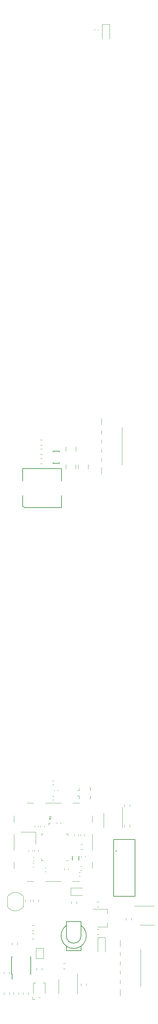
<source format=gbr>
G04 #@! TF.GenerationSoftware,KiCad,Pcbnew,(5.1.5)-3*
G04 #@! TF.CreationDate,2020-11-10T12:22:49+01:00*
G04 #@! TF.ProjectId,Wordclock_V1.1,576f7264-636c-46f6-936b-5f56312e312e,rev?*
G04 #@! TF.SameCoordinates,Original*
G04 #@! TF.FileFunction,Legend,Top*
G04 #@! TF.FilePolarity,Positive*
%FSLAX46Y46*%
G04 Gerber Fmt 4.6, Leading zero omitted, Abs format (unit mm)*
G04 Created by KiCad (PCBNEW (5.1.5)-3) date 2020-11-10 12:22:49*
%MOMM*%
%LPD*%
G04 APERTURE LIST*
%ADD10C,0.120000*%
%ADD11C,0.150000*%
%ADD12C,0.100000*%
%ADD13C,0.200000*%
G04 APERTURE END LIST*
D10*
X25690000Y-59837221D02*
X25690000Y-60162779D01*
X26710000Y-59837221D02*
X26710000Y-60162779D01*
D11*
X6550000Y-189600000D02*
X6100000Y-189150000D01*
X6100000Y-189150000D02*
X6100000Y-186300000D01*
X16700000Y-186300000D02*
X16700000Y-189600000D01*
X16700000Y-189600000D02*
X6550000Y-189600000D01*
X16700000Y-179000000D02*
X16700000Y-182300000D01*
X6100000Y-179000000D02*
X16700000Y-179000000D01*
X6100000Y-182300000D02*
X6100000Y-179000000D01*
D10*
X27570000Y-167100000D02*
X27570000Y-165400000D01*
X27570000Y-169600000D02*
X27570000Y-168700000D01*
X27570000Y-172100000D02*
X27570000Y-171200000D01*
X27570000Y-174600000D02*
X27570000Y-173700000D01*
X27570000Y-177100000D02*
X27570000Y-176200000D01*
X27570000Y-180400000D02*
X27570000Y-178700000D01*
X33180000Y-167800000D02*
X33180000Y-178000000D01*
D11*
X14350000Y-174500000D02*
X14350000Y-174250000D01*
X14350000Y-174250000D02*
X16050000Y-174250000D01*
X16050000Y-174250000D02*
X16050000Y-174500000D01*
X14350000Y-177550000D02*
X14350000Y-177300000D01*
X16050000Y-177550000D02*
X14350000Y-177550000D01*
X16050000Y-177300000D02*
X16050000Y-177550000D01*
D10*
X20560000Y-179102064D02*
X20560000Y-177897936D01*
X17840000Y-179102064D02*
X17840000Y-177897936D01*
X23960000Y-179102064D02*
X23960000Y-177897936D01*
X21240000Y-179102064D02*
X21240000Y-177897936D01*
X17840000Y-173097936D02*
X17840000Y-174302064D01*
X20560000Y-173097936D02*
X20560000Y-174302064D01*
X11458578Y-172610000D02*
X10941422Y-172610000D01*
X11458578Y-171190000D02*
X10941422Y-171190000D01*
X11458578Y-175110000D02*
X10941422Y-175110000D01*
X11458578Y-173690000D02*
X10941422Y-173690000D01*
X10941422Y-177610000D02*
X11458578Y-177610000D01*
X10941422Y-176190000D02*
X11458578Y-176190000D01*
X32670000Y-308600000D02*
X32670000Y-306900000D01*
X32670000Y-311100000D02*
X32670000Y-310200000D01*
X32670000Y-313600000D02*
X32670000Y-312700000D01*
X32670000Y-316100000D02*
X32670000Y-315200000D01*
X32670000Y-318600000D02*
X32670000Y-317700000D01*
X32670000Y-321900000D02*
X32670000Y-320200000D01*
X38280000Y-309300000D02*
X38280000Y-319500000D01*
X21500000Y-267700000D02*
X21000000Y-267700000D01*
X21500000Y-266300000D02*
X21000000Y-266300000D01*
X21500000Y-266300000D02*
X21500000Y-265700000D01*
X21500000Y-265700000D02*
X21700000Y-265500000D01*
X21700000Y-268500000D02*
X21500000Y-268500000D01*
X21500000Y-268500000D02*
X21500000Y-267700000D01*
X24500000Y-267700000D02*
X24500000Y-268500000D01*
X24500000Y-268500000D02*
X24300000Y-268500000D01*
X24300000Y-265500000D02*
X24500000Y-265500000D01*
X24500000Y-265500000D02*
X24500000Y-266300000D01*
X15710000Y-266412779D02*
X15710000Y-266087221D01*
X14690000Y-266412779D02*
X14690000Y-266087221D01*
X14562779Y-263640000D02*
X14237221Y-263640000D01*
X14562779Y-264660000D02*
X14237221Y-264660000D01*
X14562779Y-267840000D02*
X14237221Y-267840000D01*
X14562779Y-268860000D02*
X14237221Y-268860000D01*
X7250000Y-269650000D02*
X9050000Y-269650000D01*
X7250000Y-290950000D02*
X9050000Y-290950000D01*
X12250000Y-269650000D02*
X16550000Y-269650000D01*
X12250000Y-290950000D02*
X16550000Y-290950000D01*
X19750000Y-269650000D02*
X21550000Y-269650000D01*
X19750000Y-290950000D02*
X21550000Y-290950000D01*
X3750000Y-273150000D02*
X3750000Y-274950000D01*
X25050000Y-273150000D02*
X25050000Y-274950000D01*
X3750000Y-278150000D02*
X3750000Y-282450000D01*
X25050000Y-278150000D02*
X25050000Y-282450000D01*
X3750000Y-285650000D02*
X3750000Y-287450000D01*
X25050000Y-285650000D02*
X25050000Y-287450000D01*
D12*
X13200000Y-275200000D02*
X13200000Y-275700000D01*
X13600000Y-275200000D02*
X13200000Y-275200000D01*
D10*
X29180000Y-302100000D02*
X29180000Y-303300000D01*
X29180000Y-303300000D02*
X26480000Y-303300000D01*
X25180000Y-298500000D02*
X29180000Y-298500000D01*
X29180000Y-298500000D02*
X29180000Y-299700000D01*
X26341422Y-297910000D02*
X26858578Y-297910000D01*
X26341422Y-296490000D02*
X26858578Y-296490000D01*
X26858578Y-303890000D02*
X26341422Y-303890000D01*
X26858578Y-305310000D02*
X26341422Y-305310000D01*
X19390000Y-296958578D02*
X19390000Y-296441422D01*
X20810000Y-296958578D02*
X20810000Y-296441422D01*
X21437221Y-289510000D02*
X21762779Y-289510000D01*
X21437221Y-288490000D02*
X21762779Y-288490000D01*
X33260000Y-274300000D02*
X33260000Y-270850000D01*
X33260000Y-274300000D02*
X33260000Y-276250000D01*
X28140000Y-274300000D02*
X28140000Y-272350000D01*
X28140000Y-274300000D02*
X28140000Y-276250000D01*
D13*
X31700000Y-282700000D02*
G75*
G03X31700000Y-282700000I-100000J0D01*
G01*
X36700000Y-295005000D02*
X30900000Y-295005000D01*
X36700000Y-279595000D02*
X36700000Y-295005000D01*
X30900000Y-279595000D02*
X36700000Y-279595000D01*
X30900000Y-295005000D02*
X30900000Y-279595000D01*
D10*
X21890000Y-278237221D02*
X21890000Y-278562779D01*
X22910000Y-278237221D02*
X22910000Y-278562779D01*
X20190000Y-278562779D02*
X20190000Y-278237221D01*
X21210000Y-278562779D02*
X21210000Y-278237221D01*
X18510000Y-287487221D02*
X18510000Y-287812779D01*
X17490000Y-287487221D02*
X17490000Y-287812779D01*
X23110000Y-284037221D02*
X23110000Y-284362779D01*
X22090000Y-284037221D02*
X22090000Y-284362779D01*
X21837221Y-286890000D02*
X22162779Y-286890000D01*
X21837221Y-287910000D02*
X22162779Y-287910000D01*
X9162779Y-287010000D02*
X8837221Y-287010000D01*
X9162779Y-285990000D02*
X8837221Y-285990000D01*
X12462779Y-288310000D02*
X12137221Y-288310000D01*
X12462779Y-287290000D02*
X12137221Y-287290000D01*
X10310000Y-282762779D02*
X10310000Y-282437221D01*
X9290000Y-282762779D02*
X9290000Y-282437221D01*
X8710000Y-282437221D02*
X8710000Y-282762779D01*
X7690000Y-282437221D02*
X7690000Y-282762779D01*
X9162779Y-285410000D02*
X8837221Y-285410000D01*
X9162779Y-284390000D02*
X8837221Y-284390000D01*
X15390000Y-275262779D02*
X15390000Y-274937221D01*
X16410000Y-275262779D02*
X16410000Y-274937221D01*
X10990000Y-276162779D02*
X10990000Y-275837221D01*
X12010000Y-276162779D02*
X12010000Y-275837221D01*
X9390000Y-276162779D02*
X9390000Y-275837221D01*
X10410000Y-276162779D02*
X10410000Y-275837221D01*
D11*
X21400000Y-285150000D02*
X21400000Y-284050000D01*
X19600000Y-285150000D02*
X19600000Y-284050000D01*
X22000000Y-309700000D02*
X22000000Y-308500000D01*
X18000000Y-309700000D02*
X22000000Y-309700000D01*
X18000000Y-309700000D02*
X18000000Y-308500000D01*
X17955076Y-302932639D02*
G75*
G03X22000000Y-302900000I2044924J-2767361D01*
G01*
X22000000Y-301890000D02*
X22000000Y-305700000D01*
X18000000Y-301890000D02*
X22000000Y-301890000D01*
X18000000Y-305700000D02*
X18000000Y-301890000D01*
X22000000Y-305700000D02*
G75*
G02X18000000Y-305700000I-2000000J0D01*
G01*
D10*
X6250000Y-297750000D02*
X6250000Y-295100000D01*
X1950000Y-297750000D02*
X1950000Y-295100000D01*
X1965612Y-297775476D02*
G75*
G03X6250000Y-297750000I2134388J1325476D01*
G01*
X6232144Y-295071973D02*
G75*
G03X1950000Y-295100000I-2132144J-1378027D01*
G01*
X40000000Y-297640000D02*
X36550000Y-297640000D01*
X40000000Y-297640000D02*
X41950000Y-297640000D01*
X40000000Y-302760000D02*
X38050000Y-302760000D01*
X40000000Y-302760000D02*
X41950000Y-302760000D01*
X35710000Y-300941422D02*
X35710000Y-301458578D01*
X34290000Y-300941422D02*
X34290000Y-301458578D01*
X22400000Y-292700000D02*
X19200000Y-292700000D01*
X19200000Y-294700000D02*
X22400000Y-294700000D01*
X19200000Y-294700000D02*
X19200000Y-292700000D01*
X8641422Y-302890000D02*
X9158578Y-302890000D01*
X8641422Y-304310000D02*
X9158578Y-304310000D01*
X8641422Y-305090000D02*
X9158578Y-305090000D01*
X8641422Y-306510000D02*
X9158578Y-306510000D01*
X3190000Y-308158578D02*
X3190000Y-307641422D01*
X4610000Y-308158578D02*
X4610000Y-307641422D01*
X11310000Y-314491422D02*
X11310000Y-315008578D01*
X9890000Y-314491422D02*
X9890000Y-315008578D01*
X7610000Y-321091422D02*
X7610000Y-321608578D01*
X6190000Y-321091422D02*
X6190000Y-321608578D01*
X10400000Y-322450000D02*
X10800000Y-322450000D01*
X9000000Y-321350000D02*
X9000000Y-318450000D01*
X9000000Y-318450000D02*
X9600000Y-318450000D01*
X12200000Y-321350000D02*
X12200000Y-318450000D01*
X12200000Y-318450000D02*
X11600000Y-318450000D01*
X8800000Y-322250000D02*
X8800000Y-322950000D01*
X8800000Y-322950000D02*
X9500000Y-322950000D01*
X15890000Y-319450000D02*
X15890000Y-321400000D01*
X15890000Y-319450000D02*
X15890000Y-317500000D01*
X21010000Y-319450000D02*
X21010000Y-321400000D01*
X21010000Y-319450000D02*
X21010000Y-316000000D01*
X11750000Y-311850000D02*
X9750000Y-311850000D01*
X11750000Y-309050000D02*
X11750000Y-311850000D01*
X9750000Y-309050000D02*
X11750000Y-309050000D01*
X9750000Y-311850000D02*
X9750000Y-309050000D01*
X23410000Y-318691422D02*
X23410000Y-319208578D01*
X21990000Y-318691422D02*
X21990000Y-319208578D01*
X2410000Y-321091422D02*
X2410000Y-321608578D01*
X990000Y-321091422D02*
X990000Y-321608578D01*
X17708578Y-313240000D02*
X17191422Y-313240000D01*
X17708578Y-314660000D02*
X17191422Y-314660000D01*
X5010000Y-321091422D02*
X5010000Y-321608578D01*
X3590000Y-321091422D02*
X3590000Y-321608578D01*
X2410000Y-316008578D02*
X2410000Y-315491422D01*
X990000Y-316008578D02*
X990000Y-315491422D01*
D11*
X3075000Y-316075000D02*
X3200000Y-316075000D01*
X3075000Y-311425000D02*
X3300000Y-311425000D01*
X8325000Y-311425000D02*
X8100000Y-311425000D01*
X8325000Y-316075000D02*
X8100000Y-316075000D01*
X3075000Y-316075000D02*
X3075000Y-311425000D01*
X8325000Y-316075000D02*
X8325000Y-311425000D01*
X3200000Y-316075000D02*
X3200000Y-317425000D01*
D10*
X35310000Y-276158578D02*
X35310000Y-275641422D01*
X33890000Y-276158578D02*
X33890000Y-275641422D01*
D11*
X13650000Y-274100000D02*
G75*
G03X13650000Y-274100000I-100000J0D01*
G01*
D12*
X13350000Y-273300000D02*
X13750000Y-273300000D01*
X13350000Y-273800000D02*
X13350000Y-273300000D01*
X13750000Y-273800000D02*
X13350000Y-273800000D01*
X13750000Y-273300000D02*
X13750000Y-273800000D01*
D10*
X9600000Y-280850000D02*
X9600000Y-277550000D01*
X9600000Y-277550000D02*
X5600000Y-277550000D01*
X11665000Y-285260000D02*
X11190000Y-285260000D01*
X11190000Y-285260000D02*
X11190000Y-284785000D01*
X17935000Y-278040000D02*
X18410000Y-278040000D01*
X18410000Y-278040000D02*
X18410000Y-278515000D01*
X11665000Y-278040000D02*
X11190000Y-278040000D01*
X11190000Y-278040000D02*
X11190000Y-278515000D01*
X17935000Y-285260000D02*
X18410000Y-285260000D01*
X21941422Y-280890000D02*
X22458578Y-280890000D01*
X21941422Y-282310000D02*
X22458578Y-282310000D01*
X28600000Y-306150000D02*
X26600000Y-306150000D01*
X26600000Y-306150000D02*
X26600000Y-310050000D01*
X28600000Y-306150000D02*
X28600000Y-310050000D01*
X8210000Y-295941422D02*
X8210000Y-296458578D01*
X6790000Y-295941422D02*
X6790000Y-296458578D01*
X8990000Y-296458578D02*
X8990000Y-295941422D01*
X10410000Y-296458578D02*
X10410000Y-295941422D01*
X33890000Y-270658578D02*
X33890000Y-270141422D01*
X35310000Y-270658578D02*
X35310000Y-270141422D01*
X29800000Y-58550000D02*
X27800000Y-58550000D01*
X27800000Y-58550000D02*
X27800000Y-62450000D01*
X29800000Y-58550000D02*
X29800000Y-62450000D01*
M02*

</source>
